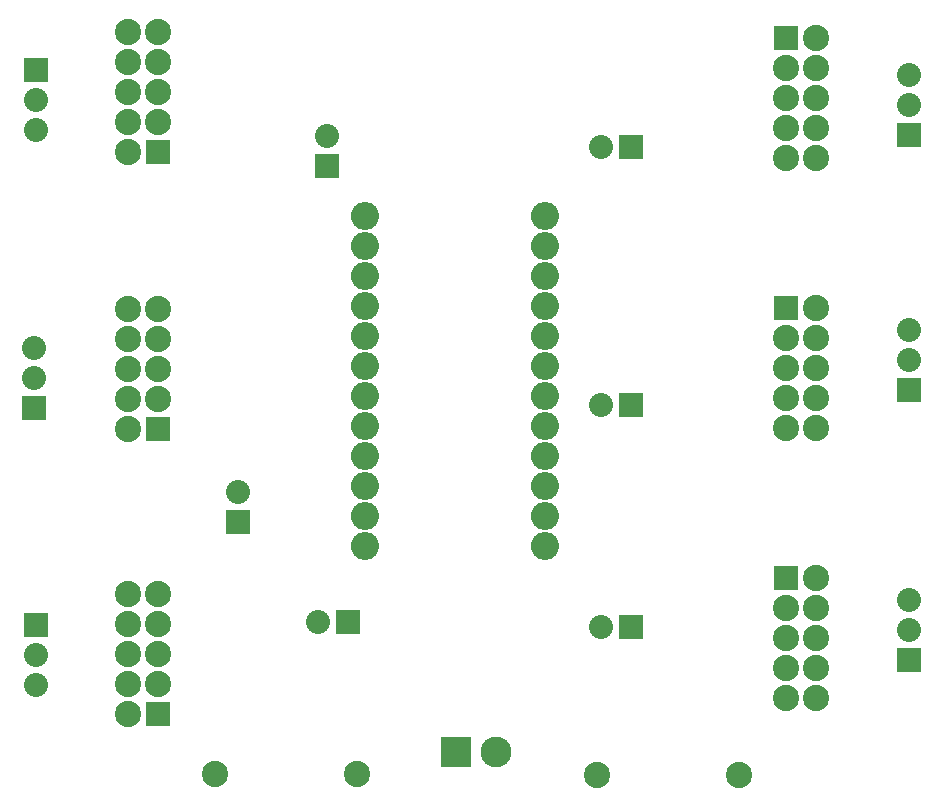
<source format=gts>
G04 (created by PCBNEW (2013-mar-13)-testing) date jeu. 10 oct. 2013 21:07:33 CEST*
%MOIN*%
G04 Gerber Fmt 3.4, Leading zero omitted, Abs format*
%FSLAX34Y34*%
G01*
G70*
G90*
G04 APERTURE LIST*
%ADD10C,0.005906*%
%ADD11R,0.080000X0.080000*%
%ADD12C,0.087874*%
%ADD13C,0.080000*%
%ADD14O,0.094000X0.094000*%
%ADD15R,0.102677X0.102677*%
%ADD16C,0.102677*%
G04 APERTURE END LIST*
G54D10*
G54D11*
X84459Y-15986D03*
G54D12*
X85459Y-15986D03*
X84459Y-16986D03*
X85459Y-16986D03*
X84459Y-17986D03*
X85459Y-17986D03*
X84459Y-18986D03*
X85459Y-18986D03*
X84459Y-19986D03*
X85459Y-19986D03*
G54D11*
X88550Y-36700D03*
G54D13*
X88550Y-35700D03*
X88550Y-34700D03*
G54D11*
X88550Y-27700D03*
G54D13*
X88550Y-26700D03*
X88550Y-25700D03*
G54D11*
X88550Y-19200D03*
G54D13*
X88550Y-18200D03*
X88550Y-17200D03*
G54D11*
X59450Y-35550D03*
G54D13*
X59450Y-36550D03*
X59450Y-37550D03*
G54D11*
X59450Y-17050D03*
G54D13*
X59450Y-18050D03*
X59450Y-19050D03*
G54D11*
X63541Y-38514D03*
G54D12*
X62541Y-38514D03*
X63541Y-37514D03*
X62541Y-37514D03*
X63541Y-36514D03*
X62541Y-36514D03*
X63541Y-35514D03*
X62541Y-35514D03*
X63541Y-34514D03*
X62541Y-34514D03*
G54D11*
X63541Y-29014D03*
G54D12*
X62541Y-29014D03*
X63541Y-28014D03*
X62541Y-28014D03*
X63541Y-27014D03*
X62541Y-27014D03*
X63541Y-26014D03*
X62541Y-26014D03*
X63541Y-25014D03*
X62541Y-25014D03*
G54D11*
X63541Y-19764D03*
G54D12*
X62541Y-19764D03*
X63541Y-18764D03*
X62541Y-18764D03*
X63541Y-17764D03*
X62541Y-17764D03*
X63541Y-16764D03*
X62541Y-16764D03*
X63541Y-15764D03*
X62541Y-15764D03*
G54D11*
X84459Y-24986D03*
G54D12*
X85459Y-24986D03*
X84459Y-25986D03*
X85459Y-25986D03*
X84459Y-26986D03*
X85459Y-26986D03*
X84459Y-27986D03*
X85459Y-27986D03*
X84459Y-28986D03*
X85459Y-28986D03*
G54D11*
X84459Y-33986D03*
G54D12*
X85459Y-33986D03*
X84459Y-34986D03*
X85459Y-34986D03*
X84459Y-35986D03*
X85459Y-35986D03*
X84459Y-36986D03*
X85459Y-36986D03*
X84459Y-37986D03*
X85459Y-37986D03*
G54D14*
X70425Y-32900D03*
X70425Y-31900D03*
X70425Y-30900D03*
X70425Y-29900D03*
X70425Y-28900D03*
X70425Y-27900D03*
X70425Y-26900D03*
X70425Y-25900D03*
X70425Y-24900D03*
X70425Y-23900D03*
X70425Y-22900D03*
X70425Y-21900D03*
X76425Y-21900D03*
X76425Y-22900D03*
X76425Y-23900D03*
X76425Y-24900D03*
X76425Y-25900D03*
X76425Y-26900D03*
X76425Y-27900D03*
X76425Y-28900D03*
X76425Y-29900D03*
X76425Y-30900D03*
X76425Y-31900D03*
X76425Y-32900D03*
G54D15*
X73464Y-39767D03*
G54D16*
X74783Y-39767D03*
G54D11*
X69875Y-35450D03*
G54D13*
X68875Y-35450D03*
G54D11*
X66200Y-32100D03*
G54D13*
X66200Y-31100D03*
G54D11*
X69175Y-20225D03*
G54D13*
X69175Y-19225D03*
G54D11*
X79300Y-19600D03*
G54D13*
X78300Y-19600D03*
G54D11*
X79300Y-28200D03*
G54D13*
X78300Y-28200D03*
G54D11*
X79300Y-35600D03*
G54D13*
X78300Y-35600D03*
G54D11*
X59412Y-28300D03*
G54D13*
X59412Y-27300D03*
X59412Y-26300D03*
G54D12*
X70175Y-40500D03*
X65425Y-40500D03*
X78150Y-40525D03*
X82900Y-40525D03*
M02*

</source>
